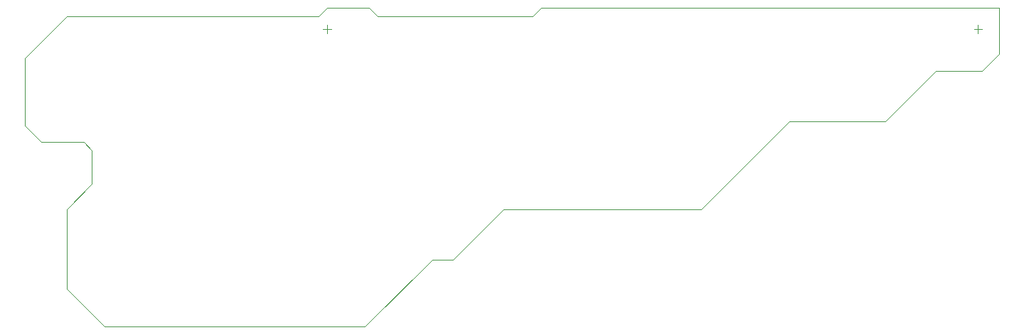
<source format=gbr>
G04 (created by PCBNEW (2013-07-07 BZR 4022)-stable) date 21/01/2014 20:06:10*
%MOIN*%
G04 Gerber Fmt 3.4, Leading zero omitted, Abs format*
%FSLAX34Y34*%
G01*
G70*
G90*
G04 APERTURE LIST*
%ADD10C,0.00590551*%
%ADD11C,0.00393701*%
G04 APERTURE END LIST*
G54D10*
G54D11*
X79330Y-57874D02*
X80314Y-57874D01*
X76181Y-61023D02*
X79330Y-57874D01*
X75196Y-61023D02*
X76181Y-61023D01*
X74015Y-46456D02*
X73228Y-46456D01*
X74409Y-46062D02*
X74015Y-46456D01*
X76377Y-46062D02*
X74409Y-46062D01*
X76771Y-46456D02*
X76377Y-46062D01*
X84055Y-46456D02*
X76771Y-46456D01*
X84448Y-46062D02*
X105905Y-46062D01*
X84055Y-46456D02*
X84448Y-46062D01*
X62204Y-46456D02*
X73228Y-46456D01*
X60236Y-48425D02*
X62204Y-46456D01*
X60236Y-51574D02*
X60236Y-48425D01*
X61023Y-52362D02*
X60236Y-51574D01*
X62992Y-52362D02*
X61023Y-52362D01*
X63385Y-52755D02*
X62992Y-52362D01*
X63385Y-54330D02*
X63385Y-52755D01*
X62204Y-55511D02*
X63385Y-54330D01*
X62204Y-59251D02*
X62204Y-55511D01*
X63976Y-61023D02*
X62204Y-59251D01*
X75196Y-61023D02*
X63976Y-61023D01*
X82677Y-55511D02*
X80314Y-57874D01*
X91929Y-55511D02*
X82677Y-55511D01*
X96062Y-51377D02*
X91929Y-55511D01*
X100590Y-51377D02*
X96062Y-51377D01*
X102952Y-49015D02*
X100590Y-51377D01*
X105118Y-49015D02*
X102952Y-49015D01*
X105905Y-48228D02*
X105118Y-49015D01*
X105905Y-46062D02*
X105905Y-48228D01*
X74409Y-47047D02*
X74409Y-47244D01*
X74212Y-47047D02*
X74409Y-47047D01*
X74606Y-47047D02*
X74212Y-47047D01*
X74409Y-47047D02*
X74606Y-47047D01*
X74409Y-46850D02*
X74409Y-47047D01*
X104921Y-47047D02*
X104724Y-47047D01*
X104921Y-47047D02*
X105118Y-47047D01*
X104921Y-46850D02*
X104921Y-47244D01*
X104921Y-47047D02*
X104921Y-46850D01*
M02*

</source>
